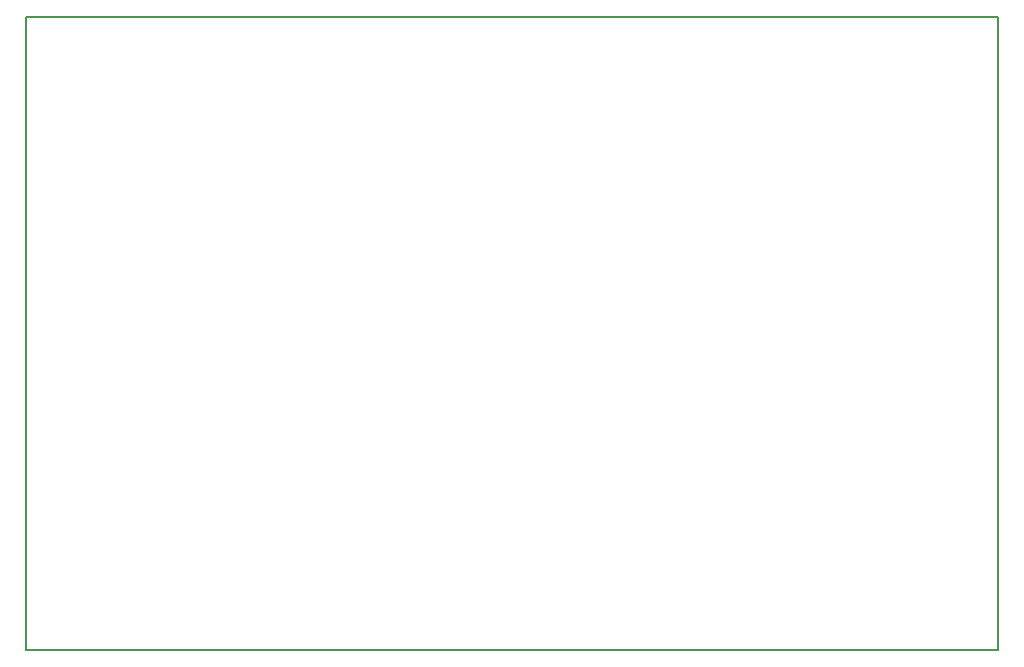
<source format=gm1>
G04 #@! TF.GenerationSoftware,KiCad,Pcbnew,9.0.4*
G04 #@! TF.CreationDate,2026-01-06T16:30:32+03:00*
G04 #@! TF.ProjectId,pico-hd-mcu-v3,7069636f-2d68-4642-9d6d-63752d76332e,rev?*
G04 #@! TF.SameCoordinates,Original*
G04 #@! TF.FileFunction,Profile,NP*
%FSLAX46Y46*%
G04 Gerber Fmt 4.6, Leading zero omitted, Abs format (unit mm)*
G04 Created by KiCad (PCBNEW 9.0.4) date 2026-01-06 16:30:32*
%MOMM*%
%LPD*%
G01*
G04 APERTURE LIST*
G04 #@! TA.AperFunction,Profile*
%ADD10C,0.200000*%
G04 #@! TD*
G04 APERTURE END LIST*
D10*
X36470000Y-21040000D02*
X118822500Y-21040000D01*
X118822500Y-74650000D01*
X36470000Y-74650000D01*
X36470000Y-21040000D01*
M02*

</source>
